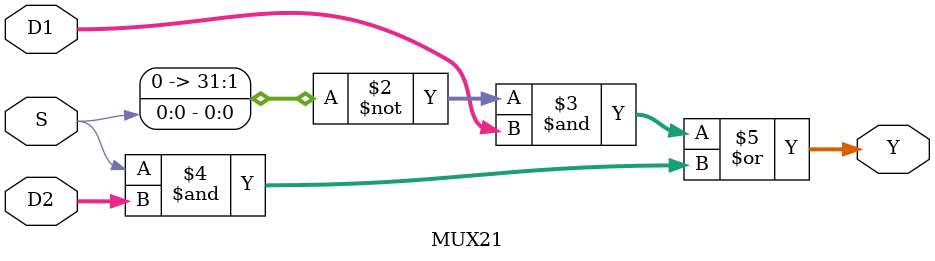
<source format=v>
`timescale 1ns / 1ps

module MUX21 (
        D1 , D2 , S , Y
);
 
    input  S;
    input  [31:0]D1;
    input  [31:0]D2;
    
    output [31:0]Y;
    
    assign Y = (~S & D1) | (S & D2);
 

endmodule 


</source>
